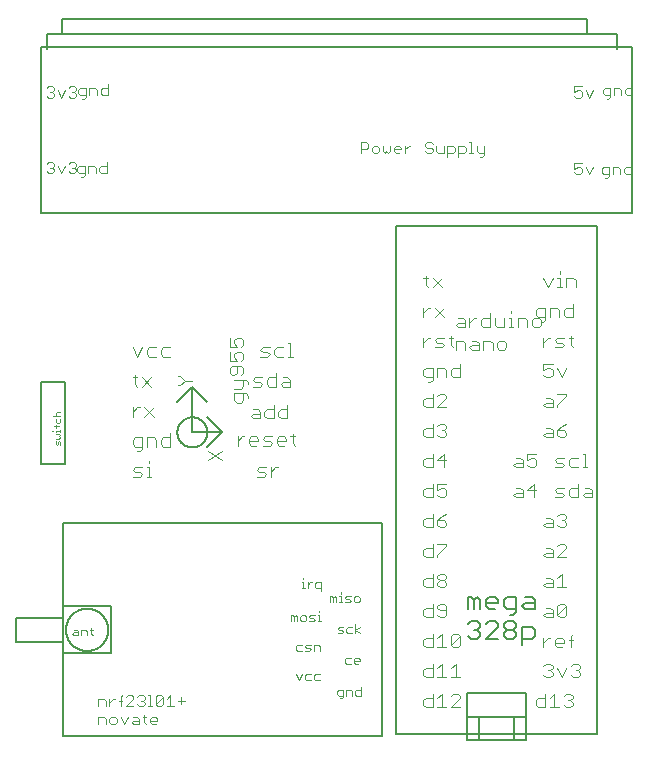
<source format=gto>
G75*
%MOIN*%
%OFA0B0*%
%FSLAX25Y25*%
%IPPOS*%
%LPD*%
%AMOC8*
5,1,8,0,0,1.08239X$1,22.5*
%
%ADD10C,0.00500*%
%ADD11C,0.00200*%
%ADD12C,0.00400*%
%ADD13C,0.00300*%
D10*
X0023178Y0010973D02*
X0023178Y0081839D01*
X0129477Y0081839D01*
X0129477Y0010973D01*
X0023178Y0010973D01*
X0023178Y0038532D02*
X0038926Y0038532D01*
X0038926Y0054280D01*
X0023178Y0054280D01*
X0023178Y0050343D01*
X0007430Y0050343D01*
X0007430Y0042469D01*
X0023178Y0042469D01*
X0023178Y0050343D01*
X0024009Y0046406D02*
X0024011Y0046579D01*
X0024017Y0046752D01*
X0024028Y0046924D01*
X0024043Y0047096D01*
X0024062Y0047268D01*
X0024085Y0047439D01*
X0024113Y0047610D01*
X0024144Y0047780D01*
X0024180Y0047949D01*
X0024220Y0048117D01*
X0024264Y0048284D01*
X0024312Y0048450D01*
X0024364Y0048615D01*
X0024421Y0048779D01*
X0024481Y0048941D01*
X0024545Y0049101D01*
X0024613Y0049260D01*
X0024685Y0049417D01*
X0024761Y0049573D01*
X0024841Y0049726D01*
X0024924Y0049877D01*
X0025011Y0050027D01*
X0025102Y0050174D01*
X0025196Y0050319D01*
X0025294Y0050461D01*
X0025395Y0050602D01*
X0025500Y0050739D01*
X0025608Y0050874D01*
X0025719Y0051006D01*
X0025833Y0051136D01*
X0025951Y0051262D01*
X0026072Y0051386D01*
X0026196Y0051507D01*
X0026322Y0051625D01*
X0026452Y0051739D01*
X0026584Y0051850D01*
X0026719Y0051958D01*
X0026856Y0052063D01*
X0026997Y0052164D01*
X0027139Y0052262D01*
X0027284Y0052356D01*
X0027431Y0052447D01*
X0027581Y0052534D01*
X0027732Y0052617D01*
X0027885Y0052697D01*
X0028041Y0052773D01*
X0028198Y0052845D01*
X0028357Y0052913D01*
X0028517Y0052977D01*
X0028679Y0053037D01*
X0028843Y0053094D01*
X0029008Y0053146D01*
X0029174Y0053194D01*
X0029341Y0053238D01*
X0029509Y0053278D01*
X0029678Y0053314D01*
X0029848Y0053345D01*
X0030019Y0053373D01*
X0030190Y0053396D01*
X0030362Y0053415D01*
X0030534Y0053430D01*
X0030706Y0053441D01*
X0030879Y0053447D01*
X0031052Y0053449D01*
X0031225Y0053447D01*
X0031398Y0053441D01*
X0031570Y0053430D01*
X0031742Y0053415D01*
X0031914Y0053396D01*
X0032085Y0053373D01*
X0032256Y0053345D01*
X0032426Y0053314D01*
X0032595Y0053278D01*
X0032763Y0053238D01*
X0032930Y0053194D01*
X0033096Y0053146D01*
X0033261Y0053094D01*
X0033425Y0053037D01*
X0033587Y0052977D01*
X0033747Y0052913D01*
X0033906Y0052845D01*
X0034063Y0052773D01*
X0034219Y0052697D01*
X0034372Y0052617D01*
X0034523Y0052534D01*
X0034673Y0052447D01*
X0034820Y0052356D01*
X0034965Y0052262D01*
X0035107Y0052164D01*
X0035248Y0052063D01*
X0035385Y0051958D01*
X0035520Y0051850D01*
X0035652Y0051739D01*
X0035782Y0051625D01*
X0035908Y0051507D01*
X0036032Y0051386D01*
X0036153Y0051262D01*
X0036271Y0051136D01*
X0036385Y0051006D01*
X0036496Y0050874D01*
X0036604Y0050739D01*
X0036709Y0050602D01*
X0036810Y0050461D01*
X0036908Y0050319D01*
X0037002Y0050174D01*
X0037093Y0050027D01*
X0037180Y0049877D01*
X0037263Y0049726D01*
X0037343Y0049573D01*
X0037419Y0049417D01*
X0037491Y0049260D01*
X0037559Y0049101D01*
X0037623Y0048941D01*
X0037683Y0048779D01*
X0037740Y0048615D01*
X0037792Y0048450D01*
X0037840Y0048284D01*
X0037884Y0048117D01*
X0037924Y0047949D01*
X0037960Y0047780D01*
X0037991Y0047610D01*
X0038019Y0047439D01*
X0038042Y0047268D01*
X0038061Y0047096D01*
X0038076Y0046924D01*
X0038087Y0046752D01*
X0038093Y0046579D01*
X0038095Y0046406D01*
X0038093Y0046233D01*
X0038087Y0046060D01*
X0038076Y0045888D01*
X0038061Y0045716D01*
X0038042Y0045544D01*
X0038019Y0045373D01*
X0037991Y0045202D01*
X0037960Y0045032D01*
X0037924Y0044863D01*
X0037884Y0044695D01*
X0037840Y0044528D01*
X0037792Y0044362D01*
X0037740Y0044197D01*
X0037683Y0044033D01*
X0037623Y0043871D01*
X0037559Y0043711D01*
X0037491Y0043552D01*
X0037419Y0043395D01*
X0037343Y0043239D01*
X0037263Y0043086D01*
X0037180Y0042935D01*
X0037093Y0042785D01*
X0037002Y0042638D01*
X0036908Y0042493D01*
X0036810Y0042351D01*
X0036709Y0042210D01*
X0036604Y0042073D01*
X0036496Y0041938D01*
X0036385Y0041806D01*
X0036271Y0041676D01*
X0036153Y0041550D01*
X0036032Y0041426D01*
X0035908Y0041305D01*
X0035782Y0041187D01*
X0035652Y0041073D01*
X0035520Y0040962D01*
X0035385Y0040854D01*
X0035248Y0040749D01*
X0035107Y0040648D01*
X0034965Y0040550D01*
X0034820Y0040456D01*
X0034673Y0040365D01*
X0034523Y0040278D01*
X0034372Y0040195D01*
X0034219Y0040115D01*
X0034063Y0040039D01*
X0033906Y0039967D01*
X0033747Y0039899D01*
X0033587Y0039835D01*
X0033425Y0039775D01*
X0033261Y0039718D01*
X0033096Y0039666D01*
X0032930Y0039618D01*
X0032763Y0039574D01*
X0032595Y0039534D01*
X0032426Y0039498D01*
X0032256Y0039467D01*
X0032085Y0039439D01*
X0031914Y0039416D01*
X0031742Y0039397D01*
X0031570Y0039382D01*
X0031398Y0039371D01*
X0031225Y0039365D01*
X0031052Y0039363D01*
X0030879Y0039365D01*
X0030706Y0039371D01*
X0030534Y0039382D01*
X0030362Y0039397D01*
X0030190Y0039416D01*
X0030019Y0039439D01*
X0029848Y0039467D01*
X0029678Y0039498D01*
X0029509Y0039534D01*
X0029341Y0039574D01*
X0029174Y0039618D01*
X0029008Y0039666D01*
X0028843Y0039718D01*
X0028679Y0039775D01*
X0028517Y0039835D01*
X0028357Y0039899D01*
X0028198Y0039967D01*
X0028041Y0040039D01*
X0027885Y0040115D01*
X0027732Y0040195D01*
X0027581Y0040278D01*
X0027431Y0040365D01*
X0027284Y0040456D01*
X0027139Y0040550D01*
X0026997Y0040648D01*
X0026856Y0040749D01*
X0026719Y0040854D01*
X0026584Y0040962D01*
X0026452Y0041073D01*
X0026322Y0041187D01*
X0026196Y0041305D01*
X0026072Y0041426D01*
X0025951Y0041550D01*
X0025833Y0041676D01*
X0025719Y0041806D01*
X0025608Y0041938D01*
X0025500Y0042073D01*
X0025395Y0042210D01*
X0025294Y0042351D01*
X0025196Y0042493D01*
X0025102Y0042638D01*
X0025011Y0042785D01*
X0024924Y0042935D01*
X0024841Y0043086D01*
X0024761Y0043239D01*
X0024685Y0043395D01*
X0024613Y0043552D01*
X0024545Y0043711D01*
X0024481Y0043871D01*
X0024421Y0044033D01*
X0024364Y0044197D01*
X0024312Y0044362D01*
X0024264Y0044528D01*
X0024220Y0044695D01*
X0024180Y0044863D01*
X0024144Y0045032D01*
X0024113Y0045202D01*
X0024085Y0045373D01*
X0024062Y0045544D01*
X0024043Y0045716D01*
X0024028Y0045888D01*
X0024017Y0046060D01*
X0024011Y0046233D01*
X0024009Y0046406D01*
X0023650Y0101485D02*
X0015776Y0101485D01*
X0015776Y0129044D01*
X0023650Y0129044D01*
X0023650Y0101485D01*
X0061131Y0122233D02*
X0066131Y0127233D01*
X0071131Y0122233D01*
X0071131Y0117233D02*
X0076131Y0112233D01*
X0071131Y0107233D01*
X0066131Y0112233D02*
X0076131Y0112233D01*
X0061131Y0112233D02*
X0061133Y0112374D01*
X0061139Y0112515D01*
X0061149Y0112655D01*
X0061163Y0112795D01*
X0061181Y0112935D01*
X0061202Y0113074D01*
X0061228Y0113213D01*
X0061257Y0113351D01*
X0061291Y0113487D01*
X0061328Y0113623D01*
X0061369Y0113758D01*
X0061414Y0113892D01*
X0061463Y0114024D01*
X0061515Y0114155D01*
X0061571Y0114284D01*
X0061631Y0114411D01*
X0061694Y0114537D01*
X0061760Y0114661D01*
X0061831Y0114784D01*
X0061904Y0114904D01*
X0061981Y0115022D01*
X0062061Y0115138D01*
X0062145Y0115251D01*
X0062231Y0115362D01*
X0062321Y0115471D01*
X0062414Y0115577D01*
X0062509Y0115680D01*
X0062608Y0115781D01*
X0062709Y0115879D01*
X0062813Y0115974D01*
X0062920Y0116066D01*
X0063029Y0116155D01*
X0063141Y0116240D01*
X0063255Y0116323D01*
X0063371Y0116403D01*
X0063490Y0116479D01*
X0063611Y0116551D01*
X0063733Y0116621D01*
X0063858Y0116686D01*
X0063984Y0116749D01*
X0064112Y0116807D01*
X0064242Y0116862D01*
X0064373Y0116914D01*
X0064506Y0116961D01*
X0064640Y0117005D01*
X0064775Y0117046D01*
X0064911Y0117082D01*
X0065048Y0117114D01*
X0065186Y0117143D01*
X0065324Y0117168D01*
X0065464Y0117188D01*
X0065604Y0117205D01*
X0065744Y0117218D01*
X0065885Y0117227D01*
X0066025Y0117232D01*
X0066166Y0117233D01*
X0066307Y0117230D01*
X0066448Y0117223D01*
X0066588Y0117212D01*
X0066728Y0117197D01*
X0066868Y0117178D01*
X0067007Y0117156D01*
X0067145Y0117129D01*
X0067283Y0117099D01*
X0067419Y0117064D01*
X0067555Y0117026D01*
X0067689Y0116984D01*
X0067823Y0116938D01*
X0067955Y0116889D01*
X0068085Y0116835D01*
X0068214Y0116778D01*
X0068341Y0116718D01*
X0068467Y0116654D01*
X0068590Y0116586D01*
X0068712Y0116515D01*
X0068832Y0116441D01*
X0068949Y0116363D01*
X0069064Y0116282D01*
X0069177Y0116198D01*
X0069288Y0116111D01*
X0069396Y0116020D01*
X0069501Y0115927D01*
X0069604Y0115830D01*
X0069704Y0115731D01*
X0069801Y0115629D01*
X0069895Y0115524D01*
X0069986Y0115417D01*
X0070074Y0115307D01*
X0070159Y0115195D01*
X0070241Y0115080D01*
X0070320Y0114963D01*
X0070395Y0114844D01*
X0070467Y0114723D01*
X0070535Y0114600D01*
X0070600Y0114475D01*
X0070662Y0114348D01*
X0070719Y0114219D01*
X0070774Y0114089D01*
X0070824Y0113958D01*
X0070871Y0113825D01*
X0070914Y0113691D01*
X0070953Y0113555D01*
X0070988Y0113419D01*
X0071020Y0113282D01*
X0071047Y0113144D01*
X0071071Y0113005D01*
X0071091Y0112865D01*
X0071107Y0112725D01*
X0071119Y0112585D01*
X0071127Y0112444D01*
X0071131Y0112303D01*
X0071131Y0112163D01*
X0071127Y0112022D01*
X0071119Y0111881D01*
X0071107Y0111741D01*
X0071091Y0111601D01*
X0071071Y0111461D01*
X0071047Y0111322D01*
X0071020Y0111184D01*
X0070988Y0111047D01*
X0070953Y0110911D01*
X0070914Y0110775D01*
X0070871Y0110641D01*
X0070824Y0110508D01*
X0070774Y0110377D01*
X0070719Y0110247D01*
X0070662Y0110118D01*
X0070600Y0109991D01*
X0070535Y0109866D01*
X0070467Y0109743D01*
X0070395Y0109622D01*
X0070320Y0109503D01*
X0070241Y0109386D01*
X0070159Y0109271D01*
X0070074Y0109159D01*
X0069986Y0109049D01*
X0069895Y0108942D01*
X0069801Y0108837D01*
X0069704Y0108735D01*
X0069604Y0108636D01*
X0069501Y0108539D01*
X0069396Y0108446D01*
X0069288Y0108355D01*
X0069177Y0108268D01*
X0069064Y0108184D01*
X0068949Y0108103D01*
X0068832Y0108025D01*
X0068712Y0107951D01*
X0068590Y0107880D01*
X0068467Y0107812D01*
X0068341Y0107748D01*
X0068214Y0107688D01*
X0068085Y0107631D01*
X0067955Y0107577D01*
X0067823Y0107528D01*
X0067689Y0107482D01*
X0067555Y0107440D01*
X0067419Y0107402D01*
X0067283Y0107367D01*
X0067145Y0107337D01*
X0067007Y0107310D01*
X0066868Y0107288D01*
X0066728Y0107269D01*
X0066588Y0107254D01*
X0066448Y0107243D01*
X0066307Y0107236D01*
X0066166Y0107233D01*
X0066025Y0107234D01*
X0065885Y0107239D01*
X0065744Y0107248D01*
X0065604Y0107261D01*
X0065464Y0107278D01*
X0065324Y0107298D01*
X0065186Y0107323D01*
X0065048Y0107352D01*
X0064911Y0107384D01*
X0064775Y0107420D01*
X0064640Y0107461D01*
X0064506Y0107505D01*
X0064373Y0107552D01*
X0064242Y0107604D01*
X0064112Y0107659D01*
X0063984Y0107717D01*
X0063858Y0107780D01*
X0063733Y0107845D01*
X0063611Y0107915D01*
X0063490Y0107987D01*
X0063371Y0108063D01*
X0063255Y0108143D01*
X0063141Y0108226D01*
X0063029Y0108311D01*
X0062920Y0108400D01*
X0062813Y0108492D01*
X0062709Y0108587D01*
X0062608Y0108685D01*
X0062509Y0108786D01*
X0062414Y0108889D01*
X0062321Y0108995D01*
X0062231Y0109104D01*
X0062145Y0109215D01*
X0062061Y0109328D01*
X0061981Y0109444D01*
X0061904Y0109562D01*
X0061831Y0109682D01*
X0061760Y0109805D01*
X0061694Y0109929D01*
X0061631Y0110055D01*
X0061571Y0110182D01*
X0061515Y0110311D01*
X0061463Y0110442D01*
X0061414Y0110574D01*
X0061369Y0110708D01*
X0061328Y0110843D01*
X0061291Y0110979D01*
X0061257Y0111115D01*
X0061228Y0111253D01*
X0061202Y0111392D01*
X0061181Y0111531D01*
X0061163Y0111671D01*
X0061149Y0111811D01*
X0061139Y0111951D01*
X0061133Y0112092D01*
X0061131Y0112233D01*
X0066131Y0112233D02*
X0066131Y0127233D01*
X0015816Y0185461D02*
X0015816Y0240580D01*
X0212666Y0240580D01*
X0212666Y0185461D01*
X0015816Y0185461D01*
X0017548Y0240146D02*
X0017548Y0245146D01*
X0022548Y0245146D01*
X0022548Y0250146D01*
X0197548Y0250146D01*
X0197548Y0245146D01*
X0207548Y0245146D01*
X0207548Y0240146D01*
X0197548Y0245146D02*
X0022548Y0245146D01*
X0134044Y0180855D02*
X0134044Y0011564D01*
X0200973Y0011564D01*
X0200973Y0180855D01*
X0134044Y0180855D01*
X0157916Y0057280D02*
X0158934Y0057280D01*
X0159951Y0056262D01*
X0160969Y0057280D01*
X0161986Y0056262D01*
X0161986Y0053210D01*
X0159951Y0053210D02*
X0159951Y0056262D01*
X0157916Y0057280D02*
X0157916Y0053210D01*
X0158934Y0049415D02*
X0160969Y0049415D01*
X0161986Y0048398D01*
X0161986Y0047380D01*
X0160969Y0046362D01*
X0161986Y0045345D01*
X0161986Y0044327D01*
X0160969Y0043310D01*
X0158934Y0043310D01*
X0157916Y0044327D01*
X0159951Y0046362D02*
X0160969Y0046362D01*
X0163993Y0048398D02*
X0165011Y0049415D01*
X0167046Y0049415D01*
X0168063Y0048398D01*
X0168063Y0047380D01*
X0163993Y0043310D01*
X0168063Y0043310D01*
X0170071Y0044327D02*
X0170071Y0045345D01*
X0171088Y0046362D01*
X0173123Y0046362D01*
X0174141Y0045345D01*
X0174141Y0044327D01*
X0173123Y0043310D01*
X0171088Y0043310D01*
X0170071Y0044327D01*
X0171088Y0046362D02*
X0170071Y0047380D01*
X0170071Y0048398D01*
X0171088Y0049415D01*
X0173123Y0049415D01*
X0174141Y0048398D01*
X0174141Y0047380D01*
X0173123Y0046362D01*
X0176148Y0047380D02*
X0179200Y0047380D01*
X0180218Y0046362D01*
X0180218Y0044327D01*
X0179200Y0043310D01*
X0176148Y0043310D01*
X0176148Y0041275D02*
X0176148Y0047380D01*
X0173123Y0051175D02*
X0174141Y0052192D01*
X0174141Y0057280D01*
X0171088Y0057280D01*
X0170071Y0056262D01*
X0170071Y0054227D01*
X0171088Y0053210D01*
X0174141Y0053210D01*
X0176148Y0054227D02*
X0177165Y0055245D01*
X0180218Y0055245D01*
X0180218Y0056262D02*
X0180218Y0053210D01*
X0177165Y0053210D01*
X0176148Y0054227D01*
X0173123Y0051175D02*
X0172106Y0051175D01*
X0167046Y0053210D02*
X0165011Y0053210D01*
X0163993Y0054227D01*
X0163993Y0056262D01*
X0165011Y0057280D01*
X0167046Y0057280D01*
X0168063Y0056262D01*
X0168063Y0055245D01*
X0163993Y0055245D01*
X0158934Y0049415D02*
X0157916Y0048398D01*
X0177165Y0057280D02*
X0179200Y0057280D01*
X0180218Y0056262D01*
X0177351Y0025343D02*
X0157666Y0025343D01*
X0157666Y0017469D01*
X0161603Y0017469D01*
X0161603Y0009595D01*
X0173414Y0009595D01*
X0173414Y0017469D01*
X0177351Y0017469D01*
X0177351Y0011564D01*
X0177351Y0009595D01*
X0173414Y0009595D01*
X0177351Y0011564D02*
X0157666Y0011564D01*
X0157666Y0009595D01*
X0161603Y0009595D01*
X0157666Y0011564D02*
X0157666Y0017469D01*
X0161603Y0017469D02*
X0173414Y0017469D01*
X0177351Y0017469D02*
X0177351Y0025343D01*
D11*
X0022013Y0107909D02*
X0022013Y0109010D01*
X0021646Y0109377D01*
X0021279Y0109010D01*
X0021279Y0108276D01*
X0020912Y0107909D01*
X0020545Y0108276D01*
X0020545Y0109377D01*
X0020545Y0110119D02*
X0021646Y0110119D01*
X0022013Y0110486D01*
X0021646Y0110853D01*
X0022013Y0111220D01*
X0021646Y0111587D01*
X0020545Y0111587D01*
X0020545Y0112329D02*
X0020545Y0112696D01*
X0022013Y0112696D01*
X0022013Y0112329D02*
X0022013Y0113063D01*
X0021646Y0114169D02*
X0022013Y0114536D01*
X0021646Y0114169D02*
X0020178Y0114169D01*
X0020545Y0113802D02*
X0020545Y0114536D01*
X0020912Y0115275D02*
X0021646Y0115275D01*
X0022013Y0115642D01*
X0022013Y0116743D01*
X0022013Y0117485D02*
X0019812Y0117485D01*
X0020545Y0117852D02*
X0020545Y0118586D01*
X0020912Y0118953D01*
X0022013Y0118953D01*
X0020912Y0117485D02*
X0020545Y0117852D01*
X0020545Y0116743D02*
X0020545Y0115642D01*
X0020912Y0115275D01*
X0019812Y0112696D02*
X0019445Y0112696D01*
D12*
X0046331Y0109735D02*
X0046331Y0108200D01*
X0047098Y0107433D01*
X0049400Y0107433D01*
X0049400Y0106666D02*
X0049400Y0110502D01*
X0047098Y0110502D01*
X0046331Y0109735D01*
X0049400Y0106666D02*
X0048633Y0105898D01*
X0047865Y0105898D01*
X0050935Y0107433D02*
X0050935Y0110502D01*
X0053237Y0110502D01*
X0054004Y0109735D01*
X0054004Y0107433D01*
X0055539Y0108200D02*
X0055539Y0109735D01*
X0056306Y0110502D01*
X0058608Y0110502D01*
X0058608Y0112037D02*
X0058608Y0107433D01*
X0056306Y0107433D01*
X0055539Y0108200D01*
X0051702Y0102804D02*
X0051702Y0102037D01*
X0051702Y0100502D02*
X0051702Y0097433D01*
X0050935Y0097433D02*
X0052469Y0097433D01*
X0049400Y0098200D02*
X0048633Y0098968D01*
X0047098Y0098968D01*
X0046331Y0099735D01*
X0047098Y0100502D01*
X0049400Y0100502D01*
X0050935Y0100502D02*
X0051702Y0100502D01*
X0049400Y0098200D02*
X0048633Y0097433D01*
X0046331Y0097433D01*
X0046331Y0117433D02*
X0046331Y0120502D01*
X0046331Y0118968D02*
X0047865Y0120502D01*
X0048633Y0120502D01*
X0050167Y0120502D02*
X0053237Y0117433D01*
X0053237Y0120502D02*
X0050167Y0117433D01*
X0049400Y0127433D02*
X0052469Y0130502D01*
X0049400Y0130502D02*
X0052469Y0127433D01*
X0047865Y0127433D02*
X0047098Y0128200D01*
X0047098Y0131270D01*
X0046331Y0130502D02*
X0047865Y0130502D01*
X0047865Y0137433D02*
X0049400Y0140502D01*
X0050935Y0139735D02*
X0050935Y0138200D01*
X0051702Y0137433D01*
X0054004Y0137433D01*
X0055539Y0138200D02*
X0056306Y0137433D01*
X0058608Y0137433D01*
X0055539Y0138200D02*
X0055539Y0139735D01*
X0056306Y0140502D01*
X0058608Y0140502D01*
X0054004Y0140502D02*
X0051702Y0140502D01*
X0050935Y0139735D01*
X0047865Y0137433D02*
X0046331Y0140502D01*
X0061327Y0130898D02*
X0062094Y0130898D01*
X0063629Y0129364D01*
X0065931Y0129364D01*
X0063629Y0129364D02*
X0062094Y0127829D01*
X0061327Y0127829D01*
X0078571Y0132105D02*
X0079338Y0131338D01*
X0080106Y0131338D01*
X0080873Y0132105D01*
X0080873Y0134407D01*
X0082407Y0134407D02*
X0079338Y0134407D01*
X0078571Y0133640D01*
X0078571Y0132105D01*
X0080106Y0129803D02*
X0083942Y0129803D01*
X0084709Y0129036D01*
X0084709Y0128268D01*
X0083175Y0127501D02*
X0082407Y0126734D01*
X0080106Y0126734D01*
X0080106Y0125199D02*
X0080106Y0122897D01*
X0080873Y0122130D01*
X0082407Y0122130D01*
X0083175Y0122897D01*
X0083175Y0125199D01*
X0083942Y0125199D02*
X0084709Y0124432D01*
X0084709Y0123665D01*
X0083942Y0125199D02*
X0080106Y0125199D01*
X0083175Y0127501D02*
X0083175Y0129803D01*
X0082407Y0131338D02*
X0083175Y0132105D01*
X0083175Y0133640D01*
X0082407Y0134407D01*
X0082407Y0135942D02*
X0083175Y0136709D01*
X0083175Y0138244D01*
X0082407Y0139011D01*
X0080873Y0139011D01*
X0080106Y0138244D01*
X0080106Y0137476D01*
X0080873Y0135942D01*
X0078571Y0135942D01*
X0078571Y0139011D01*
X0078571Y0140546D02*
X0080873Y0140546D01*
X0080106Y0142080D01*
X0080106Y0142848D01*
X0080873Y0143615D01*
X0082407Y0143615D01*
X0083175Y0142848D01*
X0083175Y0141313D01*
X0082407Y0140546D01*
X0078571Y0140546D02*
X0078571Y0143615D01*
X0088831Y0139735D02*
X0089598Y0140502D01*
X0091900Y0140502D01*
X0091133Y0138968D02*
X0089598Y0138968D01*
X0088831Y0139735D01*
X0088831Y0137433D02*
X0091133Y0137433D01*
X0091900Y0138200D01*
X0091133Y0138968D01*
X0093435Y0139735D02*
X0093435Y0138200D01*
X0094202Y0137433D01*
X0096504Y0137433D01*
X0098039Y0137433D02*
X0099573Y0137433D01*
X0098806Y0137433D02*
X0098806Y0142037D01*
X0098039Y0142037D01*
X0096504Y0140502D02*
X0094202Y0140502D01*
X0093435Y0139735D01*
X0094004Y0132037D02*
X0094004Y0127433D01*
X0091702Y0127433D01*
X0090935Y0128200D01*
X0090935Y0129735D01*
X0091702Y0130502D01*
X0094004Y0130502D01*
X0096306Y0130502D02*
X0097841Y0130502D01*
X0098608Y0129735D01*
X0098608Y0127433D01*
X0096306Y0127433D01*
X0095539Y0128200D01*
X0096306Y0128968D01*
X0098608Y0128968D01*
X0097860Y0121446D02*
X0097860Y0116843D01*
X0095558Y0116843D01*
X0094791Y0117610D01*
X0094791Y0119144D01*
X0095558Y0119912D01*
X0097860Y0119912D01*
X0093256Y0119912D02*
X0090954Y0119912D01*
X0090187Y0119144D01*
X0090187Y0117610D01*
X0090954Y0116843D01*
X0093256Y0116843D01*
X0093256Y0121446D01*
X0088652Y0119144D02*
X0088652Y0116843D01*
X0086350Y0116843D01*
X0085583Y0117610D01*
X0086350Y0118377D01*
X0088652Y0118377D01*
X0088652Y0119144D02*
X0087885Y0119912D01*
X0086350Y0119912D01*
X0086331Y0127433D02*
X0088633Y0127433D01*
X0089400Y0128200D01*
X0088633Y0128968D01*
X0087098Y0128968D01*
X0086331Y0129735D01*
X0087098Y0130502D01*
X0089400Y0130502D01*
X0099628Y0111624D02*
X0099628Y0108555D01*
X0100396Y0107787D01*
X0100396Y0110857D02*
X0098861Y0110857D01*
X0097326Y0110089D02*
X0097326Y0109322D01*
X0094257Y0109322D01*
X0094257Y0108555D02*
X0094257Y0110089D01*
X0095024Y0110857D01*
X0096559Y0110857D01*
X0097326Y0110089D01*
X0096559Y0107787D02*
X0095024Y0107787D01*
X0094257Y0108555D01*
X0092722Y0108555D02*
X0091955Y0109322D01*
X0090420Y0109322D01*
X0089653Y0110089D01*
X0090420Y0110857D01*
X0092722Y0110857D01*
X0092722Y0108555D02*
X0091955Y0107787D01*
X0089653Y0107787D01*
X0088118Y0109322D02*
X0085049Y0109322D01*
X0085049Y0108555D02*
X0085049Y0110089D01*
X0085817Y0110857D01*
X0087351Y0110857D01*
X0088118Y0110089D01*
X0088118Y0109322D01*
X0087351Y0107787D02*
X0085817Y0107787D01*
X0085049Y0108555D01*
X0083515Y0110857D02*
X0082747Y0110857D01*
X0081213Y0109322D01*
X0081213Y0107787D02*
X0081213Y0110857D01*
X0075931Y0105898D02*
X0071327Y0102829D01*
X0071327Y0105898D02*
X0075931Y0102829D01*
X0087693Y0099774D02*
X0088461Y0100542D01*
X0090763Y0100542D01*
X0092297Y0100542D02*
X0092297Y0097472D01*
X0092297Y0099007D02*
X0093832Y0100542D01*
X0094599Y0100542D01*
X0090763Y0098240D02*
X0089995Y0099007D01*
X0088461Y0099007D01*
X0087693Y0099774D01*
X0087693Y0097472D02*
X0089995Y0097472D01*
X0090763Y0098240D01*
X0143181Y0101311D02*
X0143181Y0102845D01*
X0143948Y0103613D01*
X0146250Y0103613D01*
X0146250Y0105147D02*
X0146250Y0100543D01*
X0143948Y0100543D01*
X0143181Y0101311D01*
X0147785Y0102845D02*
X0150854Y0102845D01*
X0150087Y0100543D02*
X0150087Y0105147D01*
X0147785Y0102845D01*
X0147785Y0095147D02*
X0147785Y0092845D01*
X0149320Y0093613D01*
X0150087Y0093613D01*
X0150854Y0092845D01*
X0150854Y0091311D01*
X0150087Y0090543D01*
X0148552Y0090543D01*
X0147785Y0091311D01*
X0146250Y0090543D02*
X0143948Y0090543D01*
X0143181Y0091311D01*
X0143181Y0092845D01*
X0143948Y0093613D01*
X0146250Y0093613D01*
X0146250Y0095147D02*
X0146250Y0090543D01*
X0147785Y0095147D02*
X0150854Y0095147D01*
X0150854Y0085147D02*
X0149320Y0084380D01*
X0147785Y0082845D01*
X0150087Y0082845D01*
X0150854Y0082078D01*
X0150854Y0081311D01*
X0150087Y0080543D01*
X0148552Y0080543D01*
X0147785Y0081311D01*
X0147785Y0082845D01*
X0146250Y0083613D02*
X0143948Y0083613D01*
X0143181Y0082845D01*
X0143181Y0081311D01*
X0143948Y0080543D01*
X0146250Y0080543D01*
X0146250Y0085147D01*
X0146250Y0075147D02*
X0146250Y0070543D01*
X0143948Y0070543D01*
X0143181Y0071311D01*
X0143181Y0072845D01*
X0143948Y0073613D01*
X0146250Y0073613D01*
X0147785Y0075147D02*
X0150854Y0075147D01*
X0150854Y0074380D01*
X0147785Y0071311D01*
X0147785Y0070543D01*
X0148552Y0065147D02*
X0150087Y0065147D01*
X0150854Y0064380D01*
X0150854Y0063613D01*
X0150087Y0062845D01*
X0148552Y0062845D01*
X0147785Y0063613D01*
X0147785Y0064380D01*
X0148552Y0065147D01*
X0146250Y0065147D02*
X0146250Y0060543D01*
X0143948Y0060543D01*
X0143181Y0061311D01*
X0143181Y0062845D01*
X0143948Y0063613D01*
X0146250Y0063613D01*
X0147785Y0062078D02*
X0148552Y0062845D01*
X0147785Y0062078D02*
X0147785Y0061311D01*
X0148552Y0060543D01*
X0150087Y0060543D01*
X0150854Y0061311D01*
X0150854Y0062078D01*
X0150087Y0062845D01*
X0150087Y0055147D02*
X0148552Y0055147D01*
X0147785Y0054380D01*
X0147785Y0053613D01*
X0148552Y0052845D01*
X0150854Y0052845D01*
X0150854Y0051311D02*
X0150854Y0054380D01*
X0150087Y0055147D01*
X0146250Y0055147D02*
X0146250Y0050543D01*
X0143948Y0050543D01*
X0143181Y0051311D01*
X0143181Y0052845D01*
X0143948Y0053613D01*
X0146250Y0053613D01*
X0147785Y0051311D02*
X0148552Y0050543D01*
X0150087Y0050543D01*
X0150854Y0051311D01*
X0149320Y0045147D02*
X0149320Y0040543D01*
X0150854Y0040543D02*
X0147785Y0040543D01*
X0146250Y0040543D02*
X0143948Y0040543D01*
X0143181Y0041311D01*
X0143181Y0042845D01*
X0143948Y0043613D01*
X0146250Y0043613D01*
X0146250Y0045147D02*
X0146250Y0040543D01*
X0147785Y0043613D02*
X0149320Y0045147D01*
X0152389Y0044380D02*
X0153156Y0045147D01*
X0154691Y0045147D01*
X0155458Y0044380D01*
X0152389Y0041311D01*
X0153156Y0040543D01*
X0154691Y0040543D01*
X0155458Y0041311D01*
X0155458Y0044380D01*
X0152389Y0044380D02*
X0152389Y0041311D01*
X0153924Y0035147D02*
X0153924Y0030543D01*
X0155458Y0030543D02*
X0152389Y0030543D01*
X0150854Y0030543D02*
X0147785Y0030543D01*
X0146250Y0030543D02*
X0143948Y0030543D01*
X0143181Y0031311D01*
X0143181Y0032845D01*
X0143948Y0033613D01*
X0146250Y0033613D01*
X0146250Y0035147D02*
X0146250Y0030543D01*
X0147785Y0033613D02*
X0149320Y0035147D01*
X0149320Y0030543D01*
X0152389Y0033613D02*
X0153924Y0035147D01*
X0154691Y0025147D02*
X0153156Y0025147D01*
X0152389Y0024380D01*
X0154691Y0025147D02*
X0155458Y0024380D01*
X0155458Y0023613D01*
X0152389Y0020543D01*
X0155458Y0020543D01*
X0150854Y0020543D02*
X0147785Y0020543D01*
X0146250Y0020543D02*
X0143948Y0020543D01*
X0143181Y0021311D01*
X0143181Y0022845D01*
X0143948Y0023613D01*
X0146250Y0023613D01*
X0146250Y0025147D02*
X0146250Y0020543D01*
X0149320Y0020543D02*
X0149320Y0025147D01*
X0147785Y0023613D01*
X0180681Y0022845D02*
X0181448Y0023613D01*
X0183750Y0023613D01*
X0183750Y0025147D02*
X0183750Y0020543D01*
X0181448Y0020543D01*
X0180681Y0021311D01*
X0180681Y0022845D01*
X0185285Y0023613D02*
X0186820Y0025147D01*
X0186820Y0020543D01*
X0188354Y0020543D02*
X0185285Y0020543D01*
X0189889Y0021311D02*
X0190656Y0020543D01*
X0192191Y0020543D01*
X0192958Y0021311D01*
X0192958Y0022078D01*
X0192191Y0022845D01*
X0191424Y0022845D01*
X0192191Y0022845D02*
X0192958Y0023613D01*
X0192958Y0024380D01*
X0192191Y0025147D01*
X0190656Y0025147D01*
X0189889Y0024380D01*
X0189320Y0030543D02*
X0190854Y0033613D01*
X0192389Y0034380D02*
X0193156Y0035147D01*
X0194691Y0035147D01*
X0195458Y0034380D01*
X0195458Y0033613D01*
X0194691Y0032845D01*
X0195458Y0032078D01*
X0195458Y0031311D01*
X0194691Y0030543D01*
X0193156Y0030543D01*
X0192389Y0031311D01*
X0193924Y0032845D02*
X0194691Y0032845D01*
X0189320Y0030543D02*
X0187785Y0033613D01*
X0186250Y0033613D02*
X0186250Y0034380D01*
X0185483Y0035147D01*
X0183948Y0035147D01*
X0183181Y0034380D01*
X0184716Y0032845D02*
X0185483Y0032845D01*
X0186250Y0032078D01*
X0186250Y0031311D01*
X0185483Y0030543D01*
X0183948Y0030543D01*
X0183181Y0031311D01*
X0185483Y0032845D02*
X0186250Y0033613D01*
X0187785Y0040543D02*
X0187018Y0041311D01*
X0187018Y0042845D01*
X0187785Y0043613D01*
X0189320Y0043613D01*
X0190087Y0042845D01*
X0190087Y0042078D01*
X0187018Y0042078D01*
X0187785Y0040543D02*
X0189320Y0040543D01*
X0191622Y0042845D02*
X0193156Y0042845D01*
X0192389Y0044380D02*
X0192389Y0040543D01*
X0192389Y0044380D02*
X0193156Y0045147D01*
X0190087Y0050543D02*
X0188552Y0050543D01*
X0187785Y0051311D01*
X0190854Y0054380D01*
X0190854Y0051311D01*
X0190087Y0050543D01*
X0187785Y0051311D02*
X0187785Y0054380D01*
X0188552Y0055147D01*
X0190087Y0055147D01*
X0190854Y0054380D01*
X0186250Y0052845D02*
X0186250Y0050543D01*
X0183948Y0050543D01*
X0183181Y0051311D01*
X0183948Y0052078D01*
X0186250Y0052078D01*
X0186250Y0052845D02*
X0185483Y0053613D01*
X0183948Y0053613D01*
X0183948Y0060543D02*
X0183181Y0061311D01*
X0183948Y0062078D01*
X0186250Y0062078D01*
X0186250Y0062845D02*
X0186250Y0060543D01*
X0183948Y0060543D01*
X0183948Y0063613D02*
X0185483Y0063613D01*
X0186250Y0062845D01*
X0187785Y0063613D02*
X0189320Y0065147D01*
X0189320Y0060543D01*
X0190854Y0060543D02*
X0187785Y0060543D01*
X0187785Y0070543D02*
X0190854Y0073613D01*
X0190854Y0074380D01*
X0190087Y0075147D01*
X0188552Y0075147D01*
X0187785Y0074380D01*
X0186250Y0072845D02*
X0186250Y0070543D01*
X0183948Y0070543D01*
X0183181Y0071311D01*
X0183948Y0072078D01*
X0186250Y0072078D01*
X0186250Y0072845D02*
X0185483Y0073613D01*
X0183948Y0073613D01*
X0187785Y0070543D02*
X0190854Y0070543D01*
X0190087Y0080543D02*
X0188552Y0080543D01*
X0187785Y0081311D01*
X0186250Y0082078D02*
X0183948Y0082078D01*
X0183181Y0081311D01*
X0183948Y0080543D01*
X0186250Y0080543D01*
X0186250Y0082845D01*
X0185483Y0083613D01*
X0183948Y0083613D01*
X0187785Y0084380D02*
X0188552Y0085147D01*
X0190087Y0085147D01*
X0190854Y0084380D01*
X0190854Y0083613D01*
X0190087Y0082845D01*
X0190854Y0082078D01*
X0190854Y0081311D01*
X0190087Y0080543D01*
X0190087Y0082845D02*
X0189320Y0082845D01*
X0189295Y0090543D02*
X0186993Y0090543D01*
X0187760Y0092078D02*
X0186993Y0092845D01*
X0187760Y0093613D01*
X0190062Y0093613D01*
X0189295Y0092078D02*
X0187760Y0092078D01*
X0189295Y0092078D02*
X0190062Y0091311D01*
X0189295Y0090543D01*
X0191597Y0091311D02*
X0191597Y0092845D01*
X0192364Y0093613D01*
X0194666Y0093613D01*
X0194666Y0095147D02*
X0194666Y0090543D01*
X0192364Y0090543D01*
X0191597Y0091311D01*
X0196201Y0091311D02*
X0196968Y0092078D01*
X0199270Y0092078D01*
X0199270Y0092845D02*
X0199270Y0090543D01*
X0196968Y0090543D01*
X0196201Y0091311D01*
X0196968Y0093613D02*
X0198503Y0093613D01*
X0199270Y0092845D01*
X0197735Y0100543D02*
X0196201Y0100543D01*
X0196968Y0100543D02*
X0196968Y0105147D01*
X0196201Y0105147D01*
X0194666Y0103613D02*
X0192364Y0103613D01*
X0191597Y0102845D01*
X0191597Y0101311D01*
X0192364Y0100543D01*
X0194666Y0100543D01*
X0190062Y0101311D02*
X0189295Y0102078D01*
X0187760Y0102078D01*
X0186993Y0102845D01*
X0187760Y0103613D01*
X0190062Y0103613D01*
X0190062Y0101311D02*
X0189295Y0100543D01*
X0186993Y0100543D01*
X0180854Y0101311D02*
X0180087Y0100543D01*
X0178552Y0100543D01*
X0177785Y0101311D01*
X0177785Y0102845D02*
X0179320Y0103613D01*
X0180087Y0103613D01*
X0180854Y0102845D01*
X0180854Y0101311D01*
X0177785Y0102845D02*
X0177785Y0105147D01*
X0180854Y0105147D01*
X0176250Y0102845D02*
X0176250Y0100543D01*
X0173948Y0100543D01*
X0173181Y0101311D01*
X0173948Y0102078D01*
X0176250Y0102078D01*
X0176250Y0102845D02*
X0175483Y0103613D01*
X0173948Y0103613D01*
X0173948Y0093613D02*
X0175483Y0093613D01*
X0176250Y0092845D01*
X0176250Y0090543D01*
X0173948Y0090543D01*
X0173181Y0091311D01*
X0173948Y0092078D01*
X0176250Y0092078D01*
X0177785Y0092845D02*
X0180854Y0092845D01*
X0180087Y0090543D02*
X0180087Y0095147D01*
X0177785Y0092845D01*
X0183948Y0110543D02*
X0183181Y0111311D01*
X0183948Y0112078D01*
X0186250Y0112078D01*
X0186250Y0112845D02*
X0186250Y0110543D01*
X0183948Y0110543D01*
X0183948Y0113613D02*
X0185483Y0113613D01*
X0186250Y0112845D01*
X0187785Y0112845D02*
X0187785Y0111311D01*
X0188552Y0110543D01*
X0190087Y0110543D01*
X0190854Y0111311D01*
X0190854Y0112078D01*
X0190087Y0112845D01*
X0187785Y0112845D01*
X0189320Y0114380D01*
X0190854Y0115147D01*
X0187785Y0120543D02*
X0187785Y0121311D01*
X0190854Y0124380D01*
X0190854Y0125147D01*
X0187785Y0125147D01*
X0186250Y0122845D02*
X0186250Y0120543D01*
X0183948Y0120543D01*
X0183181Y0121311D01*
X0183948Y0122078D01*
X0186250Y0122078D01*
X0186250Y0122845D02*
X0185483Y0123613D01*
X0183948Y0123613D01*
X0183948Y0130543D02*
X0183181Y0131311D01*
X0183948Y0130543D02*
X0185483Y0130543D01*
X0186250Y0131311D01*
X0186250Y0132845D01*
X0185483Y0133613D01*
X0184716Y0133613D01*
X0183181Y0132845D01*
X0183181Y0135147D01*
X0186250Y0135147D01*
X0187785Y0133613D02*
X0189320Y0130543D01*
X0190854Y0133613D01*
X0189320Y0140543D02*
X0187018Y0140543D01*
X0187785Y0142078D02*
X0187018Y0142845D01*
X0187785Y0143613D01*
X0190087Y0143613D01*
X0191622Y0143613D02*
X0193156Y0143613D01*
X0192389Y0144380D02*
X0192389Y0141311D01*
X0193156Y0140543D01*
X0190087Y0141311D02*
X0189320Y0142078D01*
X0187785Y0142078D01*
X0189320Y0140543D02*
X0190087Y0141311D01*
X0185483Y0143613D02*
X0184716Y0143613D01*
X0183181Y0142078D01*
X0183181Y0140543D02*
X0183181Y0143613D01*
X0181553Y0147217D02*
X0182320Y0147984D01*
X0182320Y0149518D01*
X0181553Y0150286D01*
X0180018Y0150286D01*
X0179251Y0149518D01*
X0179251Y0147984D01*
X0180018Y0147217D01*
X0181553Y0147217D01*
X0182216Y0149009D02*
X0182983Y0149009D01*
X0183750Y0149776D01*
X0183750Y0153613D01*
X0181448Y0153613D01*
X0180681Y0152845D01*
X0180681Y0151311D01*
X0181448Y0150543D01*
X0183750Y0150543D01*
X0185285Y0150543D02*
X0185285Y0153613D01*
X0187587Y0153613D01*
X0188354Y0152845D01*
X0188354Y0150543D01*
X0189889Y0151311D02*
X0189889Y0152845D01*
X0190656Y0153613D01*
X0192958Y0153613D01*
X0192958Y0155147D02*
X0192958Y0150543D01*
X0190656Y0150543D01*
X0189889Y0151311D01*
X0189320Y0160543D02*
X0187785Y0160543D01*
X0188552Y0160543D02*
X0188552Y0163613D01*
X0187785Y0163613D01*
X0186250Y0163613D02*
X0184716Y0160543D01*
X0183181Y0163613D01*
X0188552Y0165147D02*
X0188552Y0165915D01*
X0190854Y0163613D02*
X0193156Y0163613D01*
X0193924Y0162845D01*
X0193924Y0160543D01*
X0190854Y0160543D02*
X0190854Y0163613D01*
X0176949Y0150286D02*
X0177716Y0149518D01*
X0177716Y0147217D01*
X0176949Y0150286D02*
X0174647Y0150286D01*
X0174647Y0147217D01*
X0173112Y0147217D02*
X0171578Y0147217D01*
X0172345Y0147217D02*
X0172345Y0150286D01*
X0171578Y0150286D01*
X0170043Y0150286D02*
X0170043Y0147217D01*
X0167741Y0147217D01*
X0166974Y0147984D01*
X0166974Y0150286D01*
X0165439Y0150286D02*
X0163137Y0150286D01*
X0162370Y0149518D01*
X0162370Y0147984D01*
X0163137Y0147217D01*
X0165439Y0147217D01*
X0165439Y0151820D01*
X0160835Y0150286D02*
X0160068Y0150286D01*
X0158533Y0148751D01*
X0158533Y0147217D02*
X0158533Y0150286D01*
X0156998Y0149518D02*
X0156998Y0147217D01*
X0154696Y0147217D01*
X0153929Y0147984D01*
X0154696Y0148751D01*
X0156998Y0148751D01*
X0156998Y0149518D02*
X0156231Y0150286D01*
X0154696Y0150286D01*
X0150087Y0150543D02*
X0147018Y0153613D01*
X0145483Y0153613D02*
X0144716Y0153613D01*
X0143181Y0152078D01*
X0143181Y0150543D02*
X0143181Y0153613D01*
X0147018Y0150543D02*
X0150087Y0153613D01*
X0149320Y0160543D02*
X0146250Y0163613D01*
X0144716Y0163613D02*
X0143181Y0163613D01*
X0143948Y0164380D02*
X0143948Y0161311D01*
X0144716Y0160543D01*
X0146250Y0160543D02*
X0149320Y0163613D01*
X0152389Y0144380D02*
X0152389Y0141311D01*
X0153156Y0140543D01*
X0153929Y0139717D02*
X0153929Y0142786D01*
X0156231Y0142786D01*
X0156998Y0142018D01*
X0156998Y0139717D01*
X0158533Y0140484D02*
X0159300Y0141251D01*
X0161602Y0141251D01*
X0161602Y0142018D02*
X0161602Y0139717D01*
X0159300Y0139717D01*
X0158533Y0140484D01*
X0159300Y0142786D02*
X0160835Y0142786D01*
X0161602Y0142018D01*
X0163137Y0142786D02*
X0163137Y0139717D01*
X0166206Y0139717D02*
X0166206Y0142018D01*
X0165439Y0142786D01*
X0163137Y0142786D01*
X0167741Y0142018D02*
X0167741Y0140484D01*
X0168508Y0139717D01*
X0170043Y0139717D01*
X0170810Y0140484D01*
X0170810Y0142018D01*
X0170043Y0142786D01*
X0168508Y0142786D01*
X0167741Y0142018D01*
X0172345Y0151820D02*
X0172345Y0152588D01*
X0155458Y0135147D02*
X0155458Y0130543D01*
X0153156Y0130543D01*
X0152389Y0131311D01*
X0152389Y0132845D01*
X0153156Y0133613D01*
X0155458Y0133613D01*
X0150854Y0132845D02*
X0150854Y0130543D01*
X0150854Y0132845D02*
X0150087Y0133613D01*
X0147785Y0133613D01*
X0147785Y0130543D01*
X0146250Y0130543D02*
X0143948Y0130543D01*
X0143181Y0131311D01*
X0143181Y0132845D01*
X0143948Y0133613D01*
X0146250Y0133613D01*
X0146250Y0129776D01*
X0145483Y0129009D01*
X0144716Y0129009D01*
X0146250Y0125147D02*
X0146250Y0120543D01*
X0143948Y0120543D01*
X0143181Y0121311D01*
X0143181Y0122845D01*
X0143948Y0123613D01*
X0146250Y0123613D01*
X0147785Y0124380D02*
X0148552Y0125147D01*
X0150087Y0125147D01*
X0150854Y0124380D01*
X0150854Y0123613D01*
X0147785Y0120543D01*
X0150854Y0120543D01*
X0150087Y0115147D02*
X0148552Y0115147D01*
X0147785Y0114380D01*
X0146250Y0115147D02*
X0146250Y0110543D01*
X0143948Y0110543D01*
X0143181Y0111311D01*
X0143181Y0112845D01*
X0143948Y0113613D01*
X0146250Y0113613D01*
X0147785Y0111311D02*
X0148552Y0110543D01*
X0150087Y0110543D01*
X0150854Y0111311D01*
X0150854Y0112078D01*
X0150087Y0112845D01*
X0149320Y0112845D01*
X0150087Y0112845D02*
X0150854Y0113613D01*
X0150854Y0114380D01*
X0150087Y0115147D01*
X0149320Y0140543D02*
X0147018Y0140543D01*
X0147785Y0142078D02*
X0147018Y0142845D01*
X0147785Y0143613D01*
X0150087Y0143613D01*
X0151622Y0143613D02*
X0153156Y0143613D01*
X0150087Y0141311D02*
X0149320Y0142078D01*
X0147785Y0142078D01*
X0149320Y0140543D02*
X0150087Y0141311D01*
X0145483Y0143613D02*
X0144716Y0143613D01*
X0143181Y0142078D01*
X0143181Y0140543D02*
X0143181Y0143613D01*
X0183181Y0043613D02*
X0183181Y0040543D01*
X0183181Y0042078D02*
X0184716Y0043613D01*
X0185483Y0043613D01*
D13*
X0122316Y0027361D02*
X0122316Y0024459D01*
X0120865Y0024459D01*
X0120381Y0024942D01*
X0120381Y0025910D01*
X0120865Y0026394D01*
X0122316Y0026394D01*
X0119370Y0025910D02*
X0119370Y0024459D01*
X0119370Y0025910D02*
X0118886Y0026394D01*
X0117435Y0026394D01*
X0117435Y0024459D01*
X0116423Y0024459D02*
X0114972Y0024459D01*
X0114488Y0024942D01*
X0114488Y0025910D01*
X0114972Y0026394D01*
X0116423Y0026394D01*
X0116423Y0023975D01*
X0115940Y0023491D01*
X0115456Y0023491D01*
X0108537Y0029577D02*
X0107086Y0029577D01*
X0106602Y0030061D01*
X0106602Y0031028D01*
X0107086Y0031512D01*
X0108537Y0031512D01*
X0105590Y0031512D02*
X0104139Y0031512D01*
X0103655Y0031028D01*
X0103655Y0030061D01*
X0104139Y0029577D01*
X0105590Y0029577D01*
X0102644Y0031512D02*
X0101676Y0029577D01*
X0100709Y0031512D01*
X0101193Y0039419D02*
X0100709Y0039903D01*
X0100709Y0040871D01*
X0101193Y0041354D01*
X0102644Y0041354D01*
X0103655Y0040871D02*
X0104139Y0041354D01*
X0105590Y0041354D01*
X0106602Y0041354D02*
X0108053Y0041354D01*
X0108537Y0040871D01*
X0108537Y0039419D01*
X0106602Y0039419D02*
X0106602Y0041354D01*
X0105590Y0039903D02*
X0105107Y0040387D01*
X0104139Y0040387D01*
X0103655Y0040871D01*
X0103655Y0039419D02*
X0105107Y0039419D01*
X0105590Y0039903D01*
X0102644Y0039419D02*
X0101193Y0039419D01*
X0101073Y0049262D02*
X0101073Y0050713D01*
X0100589Y0051197D01*
X0100106Y0050713D01*
X0100106Y0049262D01*
X0099138Y0049262D02*
X0099138Y0051197D01*
X0099622Y0051197D01*
X0100106Y0050713D01*
X0102085Y0050713D02*
X0102085Y0049746D01*
X0102568Y0049262D01*
X0103536Y0049262D01*
X0104020Y0049746D01*
X0104020Y0050713D01*
X0103536Y0051197D01*
X0102568Y0051197D01*
X0102085Y0050713D01*
X0105031Y0050713D02*
X0105515Y0051197D01*
X0106966Y0051197D01*
X0107978Y0051197D02*
X0108462Y0051197D01*
X0108462Y0049262D01*
X0108945Y0049262D02*
X0107978Y0049262D01*
X0106966Y0049746D02*
X0106482Y0050229D01*
X0105515Y0050229D01*
X0105031Y0050713D01*
X0105031Y0049262D02*
X0106482Y0049262D01*
X0106966Y0049746D01*
X0108462Y0052164D02*
X0108462Y0052648D01*
X0112130Y0055561D02*
X0112130Y0057496D01*
X0112614Y0057496D01*
X0113098Y0057012D01*
X0113582Y0057496D01*
X0114065Y0057012D01*
X0114065Y0055561D01*
X0113098Y0055561D02*
X0113098Y0057012D01*
X0115077Y0057496D02*
X0115561Y0057496D01*
X0115561Y0055561D01*
X0116044Y0055561D02*
X0115077Y0055561D01*
X0117041Y0055561D02*
X0118492Y0055561D01*
X0118976Y0056045D01*
X0118492Y0056529D01*
X0117525Y0056529D01*
X0117041Y0057012D01*
X0117525Y0057496D01*
X0118976Y0057496D01*
X0119988Y0057012D02*
X0119988Y0056045D01*
X0120471Y0055561D01*
X0121439Y0055561D01*
X0121923Y0056045D01*
X0121923Y0057012D01*
X0121439Y0057496D01*
X0120471Y0057496D01*
X0119988Y0057012D01*
X0115561Y0058463D02*
X0115561Y0058947D01*
X0108931Y0059318D02*
X0108931Y0062220D01*
X0107479Y0062220D01*
X0106996Y0061737D01*
X0106996Y0060769D01*
X0107479Y0060285D01*
X0108931Y0060285D01*
X0105991Y0062220D02*
X0105508Y0062220D01*
X0104540Y0061253D01*
X0104540Y0062220D02*
X0104540Y0060285D01*
X0103543Y0060285D02*
X0102576Y0060285D01*
X0103060Y0060285D02*
X0103060Y0062220D01*
X0102576Y0062220D01*
X0103060Y0063188D02*
X0103060Y0063672D01*
X0115070Y0047260D02*
X0116521Y0047260D01*
X0116037Y0046292D02*
X0115070Y0046292D01*
X0114586Y0046776D01*
X0115070Y0047260D01*
X0116037Y0046292D02*
X0116521Y0045809D01*
X0116037Y0045325D01*
X0114586Y0045325D01*
X0117532Y0045809D02*
X0118016Y0045325D01*
X0119467Y0045325D01*
X0120479Y0045325D02*
X0120479Y0048227D01*
X0119467Y0047260D02*
X0118016Y0047260D01*
X0117532Y0046776D01*
X0117532Y0045809D01*
X0120479Y0046292D02*
X0121930Y0047260D01*
X0120479Y0046292D02*
X0121930Y0045325D01*
X0121439Y0037024D02*
X0121923Y0036540D01*
X0121923Y0036056D01*
X0119988Y0036056D01*
X0119988Y0035572D02*
X0119988Y0036540D01*
X0120471Y0037024D01*
X0121439Y0037024D01*
X0121439Y0035089D02*
X0120471Y0035089D01*
X0119988Y0035572D01*
X0118976Y0035089D02*
X0117525Y0035089D01*
X0117041Y0035572D01*
X0117041Y0036540D01*
X0117525Y0037024D01*
X0118976Y0037024D01*
X0063706Y0022754D02*
X0061237Y0022754D01*
X0062472Y0021520D02*
X0062472Y0023989D01*
X0060023Y0020903D02*
X0057554Y0020903D01*
X0058788Y0020903D02*
X0058788Y0024606D01*
X0057554Y0023372D01*
X0056340Y0023989D02*
X0053871Y0021520D01*
X0054488Y0020903D01*
X0055723Y0020903D01*
X0056340Y0021520D01*
X0056340Y0023989D01*
X0055723Y0024606D01*
X0054488Y0024606D01*
X0053871Y0023989D01*
X0053871Y0021520D01*
X0052650Y0020903D02*
X0051416Y0020903D01*
X0052033Y0020903D02*
X0052033Y0024606D01*
X0051416Y0024606D01*
X0050201Y0023989D02*
X0050201Y0023372D01*
X0049584Y0022754D01*
X0050201Y0022137D01*
X0050201Y0021520D01*
X0049584Y0020903D01*
X0048350Y0020903D01*
X0047732Y0021520D01*
X0046518Y0020903D02*
X0044049Y0020903D01*
X0046518Y0023372D01*
X0046518Y0023989D01*
X0045901Y0024606D01*
X0044666Y0024606D01*
X0044049Y0023989D01*
X0042828Y0024606D02*
X0042211Y0023989D01*
X0042211Y0020903D01*
X0041594Y0022754D02*
X0042828Y0022754D01*
X0040376Y0023372D02*
X0039759Y0023372D01*
X0038525Y0022137D01*
X0038525Y0020903D02*
X0038525Y0023372D01*
X0037310Y0022754D02*
X0037310Y0020903D01*
X0037310Y0022754D02*
X0036693Y0023372D01*
X0034841Y0023372D01*
X0034841Y0020903D01*
X0034841Y0017372D02*
X0036693Y0017372D01*
X0037310Y0016754D01*
X0037310Y0014903D01*
X0038525Y0015520D02*
X0038525Y0016754D01*
X0039142Y0017372D01*
X0040376Y0017372D01*
X0040993Y0016754D01*
X0040993Y0015520D01*
X0040376Y0014903D01*
X0039142Y0014903D01*
X0038525Y0015520D01*
X0042208Y0017372D02*
X0043442Y0014903D01*
X0044676Y0017372D01*
X0046508Y0017372D02*
X0047742Y0017372D01*
X0048360Y0016754D01*
X0048360Y0014903D01*
X0046508Y0014903D01*
X0045891Y0015520D01*
X0046508Y0016137D01*
X0048360Y0016137D01*
X0049574Y0017372D02*
X0050808Y0017372D01*
X0050191Y0017989D02*
X0050191Y0015520D01*
X0050808Y0014903D01*
X0052029Y0015520D02*
X0052029Y0016754D01*
X0052647Y0017372D01*
X0053881Y0017372D01*
X0054498Y0016754D01*
X0054498Y0016137D01*
X0052029Y0016137D01*
X0052029Y0015520D02*
X0052647Y0014903D01*
X0053881Y0014903D01*
X0049584Y0022754D02*
X0048967Y0022754D01*
X0050201Y0023989D02*
X0049584Y0024606D01*
X0048350Y0024606D01*
X0047732Y0023989D01*
X0034841Y0017372D02*
X0034841Y0014903D01*
X0032961Y0044537D02*
X0032477Y0045021D01*
X0032477Y0046956D01*
X0031994Y0046472D02*
X0032961Y0046472D01*
X0030982Y0045989D02*
X0030982Y0044537D01*
X0030982Y0045989D02*
X0030498Y0046472D01*
X0029047Y0046472D01*
X0029047Y0044537D01*
X0028035Y0044537D02*
X0026584Y0044537D01*
X0026100Y0045021D01*
X0026584Y0045505D01*
X0028035Y0045505D01*
X0028035Y0045989D02*
X0028035Y0044537D01*
X0028035Y0045989D02*
X0027552Y0046472D01*
X0026584Y0046472D01*
X0029011Y0197369D02*
X0029628Y0197369D01*
X0030246Y0197986D01*
X0030246Y0201072D01*
X0028394Y0201072D01*
X0027777Y0200455D01*
X0027777Y0199221D01*
X0028394Y0198604D01*
X0030246Y0198604D01*
X0031460Y0198604D02*
X0031460Y0201072D01*
X0033311Y0201072D01*
X0033929Y0200455D01*
X0033929Y0198604D01*
X0035143Y0199221D02*
X0035143Y0200455D01*
X0035760Y0201072D01*
X0037612Y0201072D01*
X0037612Y0202307D02*
X0037612Y0198604D01*
X0035760Y0198604D01*
X0035143Y0199221D01*
X0027376Y0199221D02*
X0026758Y0198604D01*
X0025524Y0198604D01*
X0024907Y0199221D01*
X0026141Y0200455D02*
X0026758Y0200455D01*
X0027376Y0199838D01*
X0027376Y0199221D01*
X0026758Y0200455D02*
X0027376Y0201072D01*
X0027376Y0201690D01*
X0026758Y0202307D01*
X0025524Y0202307D01*
X0024907Y0201690D01*
X0023692Y0201072D02*
X0022458Y0198604D01*
X0021224Y0201072D01*
X0020009Y0201072D02*
X0019392Y0200455D01*
X0020009Y0199838D01*
X0020009Y0199221D01*
X0019392Y0198604D01*
X0018158Y0198604D01*
X0017541Y0199221D01*
X0018775Y0200455D02*
X0019392Y0200455D01*
X0020009Y0201072D02*
X0020009Y0201690D01*
X0019392Y0202307D01*
X0018158Y0202307D01*
X0017541Y0201690D01*
X0018158Y0223800D02*
X0017541Y0224418D01*
X0018158Y0223800D02*
X0019392Y0223800D01*
X0020009Y0224418D01*
X0020009Y0225035D01*
X0019392Y0225652D01*
X0018775Y0225652D01*
X0019392Y0225652D02*
X0020009Y0226269D01*
X0020009Y0226886D01*
X0019392Y0227504D01*
X0018158Y0227504D01*
X0017541Y0226886D01*
X0021224Y0226269D02*
X0022458Y0223800D01*
X0023692Y0226269D01*
X0024907Y0226886D02*
X0025524Y0227504D01*
X0026758Y0227504D01*
X0027376Y0226886D01*
X0027376Y0226269D01*
X0026758Y0225652D01*
X0027376Y0225035D01*
X0027376Y0224418D01*
X0026758Y0223800D01*
X0025524Y0223800D01*
X0024907Y0224418D01*
X0026141Y0225652D02*
X0026758Y0225652D01*
X0028170Y0225205D02*
X0028788Y0224588D01*
X0030639Y0224588D01*
X0030639Y0223971D02*
X0030639Y0227057D01*
X0028788Y0227057D01*
X0028170Y0226439D01*
X0028170Y0225205D01*
X0029405Y0223353D02*
X0030022Y0223353D01*
X0030639Y0223971D01*
X0031854Y0224588D02*
X0031854Y0227057D01*
X0033705Y0227057D01*
X0034322Y0226439D01*
X0034322Y0224588D01*
X0035537Y0225205D02*
X0035537Y0226439D01*
X0036154Y0227057D01*
X0038006Y0227057D01*
X0038006Y0228291D02*
X0038006Y0224588D01*
X0036154Y0224588D01*
X0035537Y0225205D01*
X0122265Y0209000D02*
X0122265Y0205296D01*
X0122265Y0206531D02*
X0124117Y0206531D01*
X0124734Y0207148D01*
X0124734Y0208382D01*
X0124117Y0209000D01*
X0122265Y0209000D01*
X0125948Y0207148D02*
X0125948Y0205914D01*
X0126565Y0205296D01*
X0127800Y0205296D01*
X0128417Y0205914D01*
X0128417Y0207148D01*
X0127800Y0207765D01*
X0126565Y0207765D01*
X0125948Y0207148D01*
X0129631Y0207765D02*
X0129631Y0205914D01*
X0130248Y0205296D01*
X0130866Y0205914D01*
X0131483Y0205296D01*
X0132100Y0205914D01*
X0132100Y0207765D01*
X0133314Y0207148D02*
X0133932Y0207765D01*
X0135166Y0207765D01*
X0135783Y0207148D01*
X0135783Y0206531D01*
X0133314Y0206531D01*
X0133314Y0205914D02*
X0133314Y0207148D01*
X0133314Y0205914D02*
X0133932Y0205296D01*
X0135166Y0205296D01*
X0136998Y0205296D02*
X0136998Y0207765D01*
X0138232Y0207765D02*
X0138849Y0207765D01*
X0138232Y0207765D02*
X0136998Y0206531D01*
X0143750Y0205914D02*
X0144367Y0205296D01*
X0145602Y0205296D01*
X0146219Y0205914D01*
X0146219Y0206531D01*
X0145602Y0207148D01*
X0144367Y0207148D01*
X0143750Y0207765D01*
X0143750Y0208382D01*
X0144367Y0209000D01*
X0145602Y0209000D01*
X0146219Y0208382D01*
X0147433Y0207765D02*
X0147433Y0205914D01*
X0148050Y0205296D01*
X0149902Y0205296D01*
X0149902Y0207765D01*
X0151116Y0207765D02*
X0152968Y0207765D01*
X0153585Y0207148D01*
X0153585Y0205914D01*
X0152968Y0205296D01*
X0151116Y0205296D01*
X0151116Y0204062D02*
X0151116Y0207765D01*
X0154799Y0207765D02*
X0156651Y0207765D01*
X0157268Y0207148D01*
X0157268Y0205914D01*
X0156651Y0205296D01*
X0154799Y0205296D01*
X0154799Y0204062D02*
X0154799Y0207765D01*
X0158483Y0209000D02*
X0159100Y0209000D01*
X0159100Y0205296D01*
X0158483Y0205296D02*
X0159717Y0205296D01*
X0160938Y0205914D02*
X0160938Y0207765D01*
X0160938Y0205914D02*
X0161555Y0205296D01*
X0163407Y0205296D01*
X0163407Y0204679D02*
X0162790Y0204062D01*
X0162172Y0204062D01*
X0163407Y0204679D02*
X0163407Y0207765D01*
X0193525Y0201913D02*
X0193525Y0200061D01*
X0194759Y0200679D01*
X0195376Y0200679D01*
X0195994Y0200061D01*
X0195994Y0198827D01*
X0195376Y0198210D01*
X0194142Y0198210D01*
X0193525Y0198827D01*
X0193525Y0201913D02*
X0195994Y0201913D01*
X0197208Y0200679D02*
X0198442Y0198210D01*
X0199677Y0200679D01*
X0202580Y0200061D02*
X0202580Y0198827D01*
X0203197Y0198210D01*
X0205049Y0198210D01*
X0205049Y0197593D02*
X0205049Y0200679D01*
X0203197Y0200679D01*
X0202580Y0200061D01*
X0205049Y0197593D02*
X0204431Y0196975D01*
X0203814Y0196975D01*
X0206263Y0198210D02*
X0206263Y0200679D01*
X0208115Y0200679D01*
X0208732Y0200061D01*
X0208732Y0198210D01*
X0209946Y0198827D02*
X0209946Y0200061D01*
X0210563Y0200679D01*
X0212415Y0200679D01*
X0212415Y0201913D02*
X0212415Y0198210D01*
X0210563Y0198210D01*
X0209946Y0198827D01*
X0204825Y0223353D02*
X0205442Y0223971D01*
X0205442Y0227057D01*
X0203591Y0227057D01*
X0202974Y0226439D01*
X0202974Y0225205D01*
X0203591Y0224588D01*
X0205442Y0224588D01*
X0206657Y0224588D02*
X0206657Y0227057D01*
X0208508Y0227057D01*
X0209126Y0226439D01*
X0209126Y0224588D01*
X0210340Y0225205D02*
X0210340Y0226439D01*
X0210957Y0227057D01*
X0212809Y0227057D01*
X0212809Y0228291D02*
X0212809Y0224588D01*
X0210957Y0224588D01*
X0210340Y0225205D01*
X0204825Y0223353D02*
X0204208Y0223353D01*
X0199677Y0226269D02*
X0198442Y0223800D01*
X0197208Y0226269D01*
X0195994Y0225652D02*
X0195994Y0224418D01*
X0195376Y0223800D01*
X0194142Y0223800D01*
X0193525Y0224418D01*
X0193525Y0225652D02*
X0194759Y0226269D01*
X0195376Y0226269D01*
X0195994Y0225652D01*
X0195994Y0227504D02*
X0193525Y0227504D01*
X0193525Y0225652D01*
M02*

</source>
